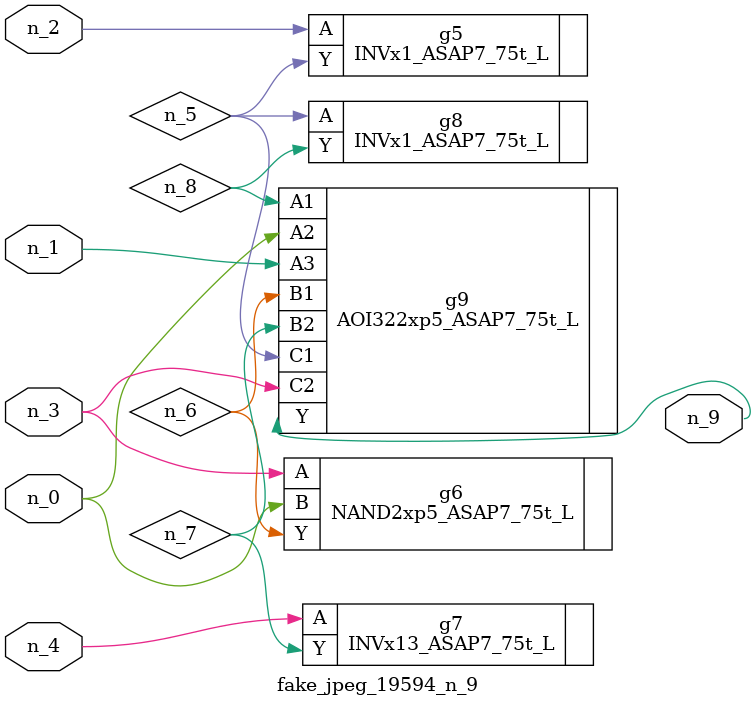
<source format=v>
module fake_jpeg_19594_n_9 (n_3, n_2, n_1, n_0, n_4, n_9);

input n_3;
input n_2;
input n_1;
input n_0;
input n_4;

output n_9;

wire n_8;
wire n_6;
wire n_5;
wire n_7;

INVx1_ASAP7_75t_L g5 ( 
.A(n_2),
.Y(n_5)
);

NAND2xp5_ASAP7_75t_L g6 ( 
.A(n_3),
.B(n_0),
.Y(n_6)
);

INVx13_ASAP7_75t_L g7 ( 
.A(n_4),
.Y(n_7)
);

INVx1_ASAP7_75t_L g8 ( 
.A(n_5),
.Y(n_8)
);

AOI322xp5_ASAP7_75t_L g9 ( 
.A1(n_8),
.A2(n_0),
.A3(n_1),
.B1(n_6),
.B2(n_7),
.C1(n_5),
.C2(n_3),
.Y(n_9)
);


endmodule
</source>
